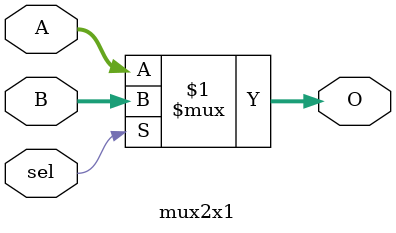
<source format=v>
module mux2x1 #(
    parameter WIDTH = 32
) (
    input sel,
    input [WIDTH -1:0] A,B,
    output [WIDTH -1:0] O
);

    assign O = (sel)? B : A;
    
endmodule
</source>
